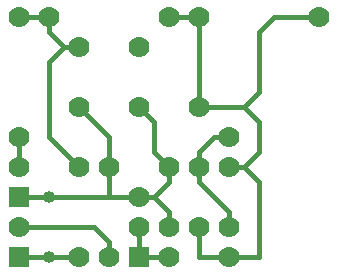
<source format=gbl>
G75*
%MOIN*%
%OFA0B0*%
%FSLAX25Y25*%
%IPPOS*%
%LPD*%
%AMOC8*
5,1,8,0,0,1.08239X$1,22.5*
%
%ADD10R,0.07000X0.07000*%
%ADD11C,0.07000*%
%ADD12C,0.01600*%
%ADD13C,0.04000*%
D10*
X0011236Y0011236D03*
X0011236Y0031236D03*
X0051236Y0011236D03*
D11*
X0041236Y0011236D03*
X0031236Y0011236D03*
X0011236Y0021236D03*
X0011236Y0041236D03*
X0011236Y0051236D03*
X0031236Y0041236D03*
X0041236Y0041236D03*
X0051236Y0031236D03*
X0051236Y0021236D03*
X0061236Y0021236D03*
X0071236Y0021236D03*
X0081236Y0021236D03*
X0081236Y0011236D03*
X0061236Y0011236D03*
X0061236Y0041236D03*
X0071236Y0041236D03*
X0081236Y0041236D03*
X0081236Y0051236D03*
X0071236Y0061236D03*
X0051236Y0061236D03*
X0031236Y0061236D03*
X0031236Y0081236D03*
X0021236Y0091236D03*
X0011236Y0091236D03*
X0051236Y0081236D03*
X0061236Y0091236D03*
X0071236Y0091236D03*
X0111236Y0091236D03*
D12*
X0096236Y0091236D01*
X0091236Y0086236D01*
X0091236Y0066236D01*
X0086236Y0061236D01*
X0071236Y0061236D01*
X0071236Y0091236D01*
X0061236Y0091236D01*
X0031236Y0081236D02*
X0026236Y0081236D01*
X0021236Y0086236D01*
X0021236Y0091236D01*
X0011236Y0091236D01*
X0021236Y0076236D02*
X0026236Y0081236D01*
X0021236Y0076236D02*
X0021236Y0051236D01*
X0031236Y0041236D01*
X0041236Y0041236D02*
X0041236Y0051236D01*
X0031236Y0061236D01*
X0051236Y0061236D02*
X0056236Y0056236D01*
X0056236Y0046236D01*
X0061236Y0041236D01*
X0061236Y0036236D01*
X0056236Y0031236D01*
X0061236Y0026236D01*
X0061236Y0021236D01*
X0071236Y0021236D02*
X0071236Y0011236D01*
X0081236Y0011236D01*
X0091236Y0011236D01*
X0091236Y0036236D01*
X0086236Y0041236D01*
X0091236Y0046236D01*
X0091236Y0056236D01*
X0086236Y0061236D01*
X0081236Y0051236D02*
X0076236Y0051236D01*
X0071236Y0046236D01*
X0071236Y0041236D01*
X0071236Y0036236D01*
X0081236Y0026236D01*
X0081236Y0021236D01*
X0061236Y0011236D02*
X0051236Y0011236D01*
X0051236Y0021236D01*
X0041236Y0016236D02*
X0036236Y0021236D01*
X0011236Y0021236D01*
X0011236Y0011236D02*
X0021236Y0011236D01*
X0031236Y0011236D01*
X0041236Y0011236D02*
X0041236Y0016236D01*
X0041236Y0031236D02*
X0041236Y0041236D01*
X0041236Y0031236D02*
X0051236Y0031236D01*
X0056236Y0031236D01*
X0041236Y0031236D02*
X0021236Y0031236D01*
X0011236Y0031236D01*
X0011236Y0041236D02*
X0011236Y0051236D01*
X0081236Y0041236D02*
X0086236Y0041236D01*
D13*
X0021236Y0031236D03*
X0021236Y0011236D03*
M02*

</source>
